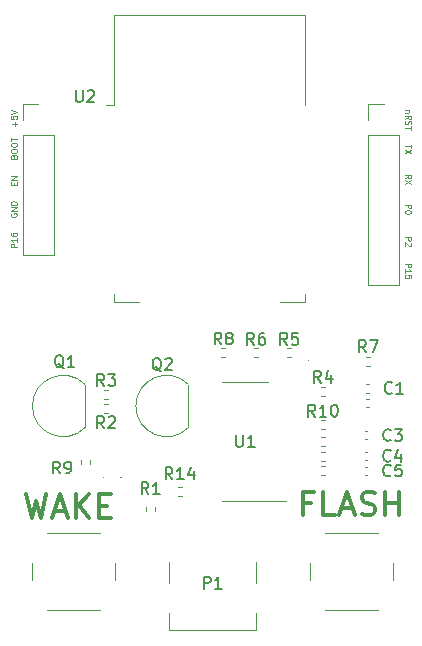
<source format=gbr>
%TF.GenerationSoftware,KiCad,Pcbnew,7.0.9*%
%TF.CreationDate,2024-01-23T00:02:11+01:00*%
%TF.ProjectId,esp32_programmer,65737033-325f-4707-926f-6772616d6d65,rev?*%
%TF.SameCoordinates,Original*%
%TF.FileFunction,Legend,Top*%
%TF.FilePolarity,Positive*%
%FSLAX46Y46*%
G04 Gerber Fmt 4.6, Leading zero omitted, Abs format (unit mm)*
G04 Created by KiCad (PCBNEW 7.0.9) date 2024-01-23 00:02:11*
%MOMM*%
%LPD*%
G01*
G04 APERTURE LIST*
%ADD10C,0.125000*%
%ADD11C,0.300000*%
%ADD12C,0.100000*%
%ADD13C,0.150000*%
%ADD14C,0.120000*%
G04 APERTURE END LIST*
D10*
X128920404Y-96882049D02*
X128944214Y-96810621D01*
X128944214Y-96810621D02*
X128968023Y-96786811D01*
X128968023Y-96786811D02*
X129015642Y-96763002D01*
X129015642Y-96763002D02*
X129087071Y-96763002D01*
X129087071Y-96763002D02*
X129134690Y-96786811D01*
X129134690Y-96786811D02*
X129158500Y-96810621D01*
X129158500Y-96810621D02*
X129182309Y-96858240D01*
X129182309Y-96858240D02*
X129182309Y-97048716D01*
X129182309Y-97048716D02*
X128682309Y-97048716D01*
X128682309Y-97048716D02*
X128682309Y-96882049D01*
X128682309Y-96882049D02*
X128706119Y-96834430D01*
X128706119Y-96834430D02*
X128729928Y-96810621D01*
X128729928Y-96810621D02*
X128777547Y-96786811D01*
X128777547Y-96786811D02*
X128825166Y-96786811D01*
X128825166Y-96786811D02*
X128872785Y-96810621D01*
X128872785Y-96810621D02*
X128896595Y-96834430D01*
X128896595Y-96834430D02*
X128920404Y-96882049D01*
X128920404Y-96882049D02*
X128920404Y-97048716D01*
X128682309Y-96453478D02*
X128682309Y-96358240D01*
X128682309Y-96358240D02*
X128706119Y-96310621D01*
X128706119Y-96310621D02*
X128753738Y-96263002D01*
X128753738Y-96263002D02*
X128848976Y-96239192D01*
X128848976Y-96239192D02*
X129015642Y-96239192D01*
X129015642Y-96239192D02*
X129110880Y-96263002D01*
X129110880Y-96263002D02*
X129158500Y-96310621D01*
X129158500Y-96310621D02*
X129182309Y-96358240D01*
X129182309Y-96358240D02*
X129182309Y-96453478D01*
X129182309Y-96453478D02*
X129158500Y-96501097D01*
X129158500Y-96501097D02*
X129110880Y-96548716D01*
X129110880Y-96548716D02*
X129015642Y-96572525D01*
X129015642Y-96572525D02*
X128848976Y-96572525D01*
X128848976Y-96572525D02*
X128753738Y-96548716D01*
X128753738Y-96548716D02*
X128706119Y-96501097D01*
X128706119Y-96501097D02*
X128682309Y-96453478D01*
X128682309Y-95929668D02*
X128682309Y-95834430D01*
X128682309Y-95834430D02*
X128706119Y-95786811D01*
X128706119Y-95786811D02*
X128753738Y-95739192D01*
X128753738Y-95739192D02*
X128848976Y-95715382D01*
X128848976Y-95715382D02*
X129015642Y-95715382D01*
X129015642Y-95715382D02*
X129110880Y-95739192D01*
X129110880Y-95739192D02*
X129158500Y-95786811D01*
X129158500Y-95786811D02*
X129182309Y-95834430D01*
X129182309Y-95834430D02*
X129182309Y-95929668D01*
X129182309Y-95929668D02*
X129158500Y-95977287D01*
X129158500Y-95977287D02*
X129110880Y-96024906D01*
X129110880Y-96024906D02*
X129015642Y-96048715D01*
X129015642Y-96048715D02*
X128848976Y-96048715D01*
X128848976Y-96048715D02*
X128753738Y-96024906D01*
X128753738Y-96024906D02*
X128706119Y-95977287D01*
X128706119Y-95977287D02*
X128682309Y-95929668D01*
X128682309Y-95572524D02*
X128682309Y-95286810D01*
X129182309Y-95429667D02*
X128682309Y-95429667D01*
X162067690Y-103701283D02*
X162567690Y-103701283D01*
X162567690Y-103701283D02*
X162567690Y-103891759D01*
X162567690Y-103891759D02*
X162543880Y-103939378D01*
X162543880Y-103939378D02*
X162520071Y-103963188D01*
X162520071Y-103963188D02*
X162472452Y-103986997D01*
X162472452Y-103986997D02*
X162401023Y-103986997D01*
X162401023Y-103986997D02*
X162353404Y-103963188D01*
X162353404Y-103963188D02*
X162329595Y-103939378D01*
X162329595Y-103939378D02*
X162305785Y-103891759D01*
X162305785Y-103891759D02*
X162305785Y-103701283D01*
X162520071Y-104177474D02*
X162543880Y-104201283D01*
X162543880Y-104201283D02*
X162567690Y-104248902D01*
X162567690Y-104248902D02*
X162567690Y-104367950D01*
X162567690Y-104367950D02*
X162543880Y-104415569D01*
X162543880Y-104415569D02*
X162520071Y-104439378D01*
X162520071Y-104439378D02*
X162472452Y-104463188D01*
X162472452Y-104463188D02*
X162424833Y-104463188D01*
X162424833Y-104463188D02*
X162353404Y-104439378D01*
X162353404Y-104439378D02*
X162067690Y-104153664D01*
X162067690Y-104153664D02*
X162067690Y-104463188D01*
X162067690Y-100951283D02*
X162567690Y-100951283D01*
X162567690Y-100951283D02*
X162567690Y-101141759D01*
X162567690Y-101141759D02*
X162543880Y-101189378D01*
X162543880Y-101189378D02*
X162520071Y-101213188D01*
X162520071Y-101213188D02*
X162472452Y-101236997D01*
X162472452Y-101236997D02*
X162401023Y-101236997D01*
X162401023Y-101236997D02*
X162353404Y-101213188D01*
X162353404Y-101213188D02*
X162329595Y-101189378D01*
X162329595Y-101189378D02*
X162305785Y-101141759D01*
X162305785Y-101141759D02*
X162305785Y-100951283D01*
X162567690Y-101546521D02*
X162567690Y-101594140D01*
X162567690Y-101594140D02*
X162543880Y-101641759D01*
X162543880Y-101641759D02*
X162520071Y-101665569D01*
X162520071Y-101665569D02*
X162472452Y-101689378D01*
X162472452Y-101689378D02*
X162377214Y-101713188D01*
X162377214Y-101713188D02*
X162258166Y-101713188D01*
X162258166Y-101713188D02*
X162162928Y-101689378D01*
X162162928Y-101689378D02*
X162115309Y-101665569D01*
X162115309Y-101665569D02*
X162091500Y-101641759D01*
X162091500Y-101641759D02*
X162067690Y-101594140D01*
X162067690Y-101594140D02*
X162067690Y-101546521D01*
X162067690Y-101546521D02*
X162091500Y-101498902D01*
X162091500Y-101498902D02*
X162115309Y-101475093D01*
X162115309Y-101475093D02*
X162162928Y-101451283D01*
X162162928Y-101451283D02*
X162258166Y-101427474D01*
X162258166Y-101427474D02*
X162377214Y-101427474D01*
X162377214Y-101427474D02*
X162472452Y-101451283D01*
X162472452Y-101451283D02*
X162520071Y-101475093D01*
X162520071Y-101475093D02*
X162543880Y-101498902D01*
X162543880Y-101498902D02*
X162567690Y-101546521D01*
X129182309Y-104548716D02*
X128682309Y-104548716D01*
X128682309Y-104548716D02*
X128682309Y-104358240D01*
X128682309Y-104358240D02*
X128706119Y-104310621D01*
X128706119Y-104310621D02*
X128729928Y-104286811D01*
X128729928Y-104286811D02*
X128777547Y-104263002D01*
X128777547Y-104263002D02*
X128848976Y-104263002D01*
X128848976Y-104263002D02*
X128896595Y-104286811D01*
X128896595Y-104286811D02*
X128920404Y-104310621D01*
X128920404Y-104310621D02*
X128944214Y-104358240D01*
X128944214Y-104358240D02*
X128944214Y-104548716D01*
X129182309Y-103786811D02*
X129182309Y-104072525D01*
X129182309Y-103929668D02*
X128682309Y-103929668D01*
X128682309Y-103929668D02*
X128753738Y-103977287D01*
X128753738Y-103977287D02*
X128801357Y-104024906D01*
X128801357Y-104024906D02*
X128825166Y-104072525D01*
X128682309Y-103358240D02*
X128682309Y-103453478D01*
X128682309Y-103453478D02*
X128706119Y-103501097D01*
X128706119Y-103501097D02*
X128729928Y-103524907D01*
X128729928Y-103524907D02*
X128801357Y-103572526D01*
X128801357Y-103572526D02*
X128896595Y-103596335D01*
X128896595Y-103596335D02*
X129087071Y-103596335D01*
X129087071Y-103596335D02*
X129134690Y-103572526D01*
X129134690Y-103572526D02*
X129158500Y-103548716D01*
X129158500Y-103548716D02*
X129182309Y-103501097D01*
X129182309Y-103501097D02*
X129182309Y-103405859D01*
X129182309Y-103405859D02*
X129158500Y-103358240D01*
X129158500Y-103358240D02*
X129134690Y-103334431D01*
X129134690Y-103334431D02*
X129087071Y-103310621D01*
X129087071Y-103310621D02*
X128968023Y-103310621D01*
X128968023Y-103310621D02*
X128920404Y-103334431D01*
X128920404Y-103334431D02*
X128896595Y-103358240D01*
X128896595Y-103358240D02*
X128872785Y-103405859D01*
X128872785Y-103405859D02*
X128872785Y-103501097D01*
X128872785Y-103501097D02*
X128896595Y-103548716D01*
X128896595Y-103548716D02*
X128920404Y-103572526D01*
X128920404Y-103572526D02*
X128968023Y-103596335D01*
X162067690Y-98736997D02*
X162305785Y-98570331D01*
X162067690Y-98451283D02*
X162567690Y-98451283D01*
X162567690Y-98451283D02*
X162567690Y-98641759D01*
X162567690Y-98641759D02*
X162543880Y-98689378D01*
X162543880Y-98689378D02*
X162520071Y-98713188D01*
X162520071Y-98713188D02*
X162472452Y-98736997D01*
X162472452Y-98736997D02*
X162401023Y-98736997D01*
X162401023Y-98736997D02*
X162353404Y-98713188D01*
X162353404Y-98713188D02*
X162329595Y-98689378D01*
X162329595Y-98689378D02*
X162305785Y-98641759D01*
X162305785Y-98641759D02*
X162305785Y-98451283D01*
X162567690Y-98903664D02*
X162067690Y-99236997D01*
X162567690Y-99236997D02*
X162067690Y-98903664D01*
X162067690Y-105951283D02*
X162567690Y-105951283D01*
X162567690Y-105951283D02*
X162567690Y-106141759D01*
X162567690Y-106141759D02*
X162543880Y-106189378D01*
X162543880Y-106189378D02*
X162520071Y-106213188D01*
X162520071Y-106213188D02*
X162472452Y-106236997D01*
X162472452Y-106236997D02*
X162401023Y-106236997D01*
X162401023Y-106236997D02*
X162353404Y-106213188D01*
X162353404Y-106213188D02*
X162329595Y-106189378D01*
X162329595Y-106189378D02*
X162305785Y-106141759D01*
X162305785Y-106141759D02*
X162305785Y-105951283D01*
X162067690Y-106713188D02*
X162067690Y-106427474D01*
X162067690Y-106570331D02*
X162567690Y-106570331D01*
X162567690Y-106570331D02*
X162496261Y-106522712D01*
X162496261Y-106522712D02*
X162448642Y-106475093D01*
X162448642Y-106475093D02*
X162424833Y-106427474D01*
X162567690Y-107165568D02*
X162567690Y-106927473D01*
X162567690Y-106927473D02*
X162329595Y-106903664D01*
X162329595Y-106903664D02*
X162353404Y-106927473D01*
X162353404Y-106927473D02*
X162377214Y-106975092D01*
X162377214Y-106975092D02*
X162377214Y-107094140D01*
X162377214Y-107094140D02*
X162353404Y-107141759D01*
X162353404Y-107141759D02*
X162329595Y-107165568D01*
X162329595Y-107165568D02*
X162281976Y-107189378D01*
X162281976Y-107189378D02*
X162162928Y-107189378D01*
X162162928Y-107189378D02*
X162115309Y-107165568D01*
X162115309Y-107165568D02*
X162091500Y-107141759D01*
X162091500Y-107141759D02*
X162067690Y-107094140D01*
X162067690Y-107094140D02*
X162067690Y-106975092D01*
X162067690Y-106975092D02*
X162091500Y-106927473D01*
X162091500Y-106927473D02*
X162115309Y-106903664D01*
X128991833Y-94298716D02*
X128991833Y-93917764D01*
X129182309Y-94108240D02*
X128801357Y-94108240D01*
X128682309Y-93441573D02*
X128682309Y-93679668D01*
X128682309Y-93679668D02*
X128920404Y-93703477D01*
X128920404Y-93703477D02*
X128896595Y-93679668D01*
X128896595Y-93679668D02*
X128872785Y-93632049D01*
X128872785Y-93632049D02*
X128872785Y-93513001D01*
X128872785Y-93513001D02*
X128896595Y-93465382D01*
X128896595Y-93465382D02*
X128920404Y-93441573D01*
X128920404Y-93441573D02*
X128968023Y-93417763D01*
X128968023Y-93417763D02*
X129087071Y-93417763D01*
X129087071Y-93417763D02*
X129134690Y-93441573D01*
X129134690Y-93441573D02*
X129158500Y-93465382D01*
X129158500Y-93465382D02*
X129182309Y-93513001D01*
X129182309Y-93513001D02*
X129182309Y-93632049D01*
X129182309Y-93632049D02*
X129158500Y-93679668D01*
X129158500Y-93679668D02*
X129134690Y-93703477D01*
X128682309Y-93274906D02*
X129182309Y-93108240D01*
X129182309Y-93108240D02*
X128682309Y-92941573D01*
D11*
X154090225Y-126192019D02*
X153423558Y-126192019D01*
X153423558Y-127239638D02*
X153423558Y-125239638D01*
X153423558Y-125239638D02*
X154375939Y-125239638D01*
X156090225Y-127239638D02*
X155137844Y-127239638D01*
X155137844Y-127239638D02*
X155137844Y-125239638D01*
X156661654Y-126668209D02*
X157614035Y-126668209D01*
X156471178Y-127239638D02*
X157137844Y-125239638D01*
X157137844Y-125239638D02*
X157804511Y-127239638D01*
X158375940Y-127144400D02*
X158661654Y-127239638D01*
X158661654Y-127239638D02*
X159137845Y-127239638D01*
X159137845Y-127239638D02*
X159328321Y-127144400D01*
X159328321Y-127144400D02*
X159423559Y-127049161D01*
X159423559Y-127049161D02*
X159518797Y-126858685D01*
X159518797Y-126858685D02*
X159518797Y-126668209D01*
X159518797Y-126668209D02*
X159423559Y-126477733D01*
X159423559Y-126477733D02*
X159328321Y-126382495D01*
X159328321Y-126382495D02*
X159137845Y-126287257D01*
X159137845Y-126287257D02*
X158756892Y-126192019D01*
X158756892Y-126192019D02*
X158566416Y-126096780D01*
X158566416Y-126096780D02*
X158471178Y-126001542D01*
X158471178Y-126001542D02*
X158375940Y-125811066D01*
X158375940Y-125811066D02*
X158375940Y-125620590D01*
X158375940Y-125620590D02*
X158471178Y-125430114D01*
X158471178Y-125430114D02*
X158566416Y-125334876D01*
X158566416Y-125334876D02*
X158756892Y-125239638D01*
X158756892Y-125239638D02*
X159233083Y-125239638D01*
X159233083Y-125239638D02*
X159518797Y-125334876D01*
X160375940Y-127239638D02*
X160375940Y-125239638D01*
X160375940Y-126192019D02*
X161518797Y-126192019D01*
X161518797Y-127239638D02*
X161518797Y-125239638D01*
X129983082Y-125489638D02*
X130459272Y-127489638D01*
X130459272Y-127489638D02*
X130840225Y-126061066D01*
X130840225Y-126061066D02*
X131221177Y-127489638D01*
X131221177Y-127489638D02*
X131697368Y-125489638D01*
X132364034Y-126918209D02*
X133316415Y-126918209D01*
X132173558Y-127489638D02*
X132840224Y-125489638D01*
X132840224Y-125489638D02*
X133506891Y-127489638D01*
X134173558Y-127489638D02*
X134173558Y-125489638D01*
X135316415Y-127489638D02*
X134459272Y-126346780D01*
X135316415Y-125489638D02*
X134173558Y-126632495D01*
X136173558Y-126442019D02*
X136840225Y-126442019D01*
X137125939Y-127489638D02*
X136173558Y-127489638D01*
X136173558Y-127489638D02*
X136173558Y-125489638D01*
X136173558Y-125489638D02*
X137125939Y-125489638D01*
D10*
X162401023Y-92951283D02*
X162067690Y-92951283D01*
X162353404Y-92951283D02*
X162377214Y-92975093D01*
X162377214Y-92975093D02*
X162401023Y-93022712D01*
X162401023Y-93022712D02*
X162401023Y-93094140D01*
X162401023Y-93094140D02*
X162377214Y-93141759D01*
X162377214Y-93141759D02*
X162329595Y-93165569D01*
X162329595Y-93165569D02*
X162067690Y-93165569D01*
X162067690Y-93689378D02*
X162305785Y-93522712D01*
X162067690Y-93403664D02*
X162567690Y-93403664D01*
X162567690Y-93403664D02*
X162567690Y-93594140D01*
X162567690Y-93594140D02*
X162543880Y-93641759D01*
X162543880Y-93641759D02*
X162520071Y-93665569D01*
X162520071Y-93665569D02*
X162472452Y-93689378D01*
X162472452Y-93689378D02*
X162401023Y-93689378D01*
X162401023Y-93689378D02*
X162353404Y-93665569D01*
X162353404Y-93665569D02*
X162329595Y-93641759D01*
X162329595Y-93641759D02*
X162305785Y-93594140D01*
X162305785Y-93594140D02*
X162305785Y-93403664D01*
X162091500Y-93879855D02*
X162067690Y-93951283D01*
X162067690Y-93951283D02*
X162067690Y-94070331D01*
X162067690Y-94070331D02*
X162091500Y-94117950D01*
X162091500Y-94117950D02*
X162115309Y-94141759D01*
X162115309Y-94141759D02*
X162162928Y-94165569D01*
X162162928Y-94165569D02*
X162210547Y-94165569D01*
X162210547Y-94165569D02*
X162258166Y-94141759D01*
X162258166Y-94141759D02*
X162281976Y-94117950D01*
X162281976Y-94117950D02*
X162305785Y-94070331D01*
X162305785Y-94070331D02*
X162329595Y-93975093D01*
X162329595Y-93975093D02*
X162353404Y-93927474D01*
X162353404Y-93927474D02*
X162377214Y-93903664D01*
X162377214Y-93903664D02*
X162424833Y-93879855D01*
X162424833Y-93879855D02*
X162472452Y-93879855D01*
X162472452Y-93879855D02*
X162520071Y-93903664D01*
X162520071Y-93903664D02*
X162543880Y-93927474D01*
X162543880Y-93927474D02*
X162567690Y-93975093D01*
X162567690Y-93975093D02*
X162567690Y-94094140D01*
X162567690Y-94094140D02*
X162543880Y-94165569D01*
X162567690Y-94308426D02*
X162567690Y-94594140D01*
X162067690Y-94451283D02*
X162567690Y-94451283D01*
X162567690Y-95879855D02*
X162567690Y-96165569D01*
X162067690Y-96022712D02*
X162567690Y-96022712D01*
X162567690Y-96284616D02*
X162067690Y-96617949D01*
X162567690Y-96617949D02*
X162067690Y-96284616D01*
D12*
X128685849Y-101711950D02*
X128662039Y-101759569D01*
X128662039Y-101759569D02*
X128662039Y-101830998D01*
X128662039Y-101830998D02*
X128685849Y-101902426D01*
X128685849Y-101902426D02*
X128733468Y-101950045D01*
X128733468Y-101950045D02*
X128781087Y-101973855D01*
X128781087Y-101973855D02*
X128876325Y-101997664D01*
X128876325Y-101997664D02*
X128947753Y-101997664D01*
X128947753Y-101997664D02*
X129042991Y-101973855D01*
X129042991Y-101973855D02*
X129090610Y-101950045D01*
X129090610Y-101950045D02*
X129138230Y-101902426D01*
X129138230Y-101902426D02*
X129162039Y-101830998D01*
X129162039Y-101830998D02*
X129162039Y-101783379D01*
X129162039Y-101783379D02*
X129138230Y-101711950D01*
X129138230Y-101711950D02*
X129114420Y-101688141D01*
X129114420Y-101688141D02*
X128947753Y-101688141D01*
X128947753Y-101688141D02*
X128947753Y-101783379D01*
X129162039Y-101473855D02*
X128662039Y-101473855D01*
X128662039Y-101473855D02*
X129162039Y-101188141D01*
X129162039Y-101188141D02*
X128662039Y-101188141D01*
X129162039Y-100950045D02*
X128662039Y-100950045D01*
X128662039Y-100950045D02*
X128662039Y-100830997D01*
X128662039Y-100830997D02*
X128685849Y-100759569D01*
X128685849Y-100759569D02*
X128733468Y-100711950D01*
X128733468Y-100711950D02*
X128781087Y-100688140D01*
X128781087Y-100688140D02*
X128876325Y-100664331D01*
X128876325Y-100664331D02*
X128947753Y-100664331D01*
X128947753Y-100664331D02*
X129042991Y-100688140D01*
X129042991Y-100688140D02*
X129090610Y-100711950D01*
X129090610Y-100711950D02*
X129138230Y-100759569D01*
X129138230Y-100759569D02*
X129162039Y-100830997D01*
X129162039Y-100830997D02*
X129162039Y-100950045D01*
D10*
X128920404Y-99298716D02*
X128920404Y-99132049D01*
X129182309Y-99060621D02*
X129182309Y-99298716D01*
X129182309Y-99298716D02*
X128682309Y-99298716D01*
X128682309Y-99298716D02*
X128682309Y-99060621D01*
X129182309Y-98846335D02*
X128682309Y-98846335D01*
X128682309Y-98846335D02*
X129182309Y-98560621D01*
X129182309Y-98560621D02*
X128682309Y-98560621D01*
D13*
X142357142Y-124204819D02*
X142023809Y-123728628D01*
X141785714Y-124204819D02*
X141785714Y-123204819D01*
X141785714Y-123204819D02*
X142166666Y-123204819D01*
X142166666Y-123204819D02*
X142261904Y-123252438D01*
X142261904Y-123252438D02*
X142309523Y-123300057D01*
X142309523Y-123300057D02*
X142357142Y-123395295D01*
X142357142Y-123395295D02*
X142357142Y-123538152D01*
X142357142Y-123538152D02*
X142309523Y-123633390D01*
X142309523Y-123633390D02*
X142261904Y-123681009D01*
X142261904Y-123681009D02*
X142166666Y-123728628D01*
X142166666Y-123728628D02*
X141785714Y-123728628D01*
X143309523Y-124204819D02*
X142738095Y-124204819D01*
X143023809Y-124204819D02*
X143023809Y-123204819D01*
X143023809Y-123204819D02*
X142928571Y-123347676D01*
X142928571Y-123347676D02*
X142833333Y-123442914D01*
X142833333Y-123442914D02*
X142738095Y-123490533D01*
X144166666Y-123538152D02*
X144166666Y-124204819D01*
X143928571Y-123157200D02*
X143690476Y-123871485D01*
X143690476Y-123871485D02*
X144309523Y-123871485D01*
X140333333Y-125454819D02*
X140000000Y-124978628D01*
X139761905Y-125454819D02*
X139761905Y-124454819D01*
X139761905Y-124454819D02*
X140142857Y-124454819D01*
X140142857Y-124454819D02*
X140238095Y-124502438D01*
X140238095Y-124502438D02*
X140285714Y-124550057D01*
X140285714Y-124550057D02*
X140333333Y-124645295D01*
X140333333Y-124645295D02*
X140333333Y-124788152D01*
X140333333Y-124788152D02*
X140285714Y-124883390D01*
X140285714Y-124883390D02*
X140238095Y-124931009D01*
X140238095Y-124931009D02*
X140142857Y-124978628D01*
X140142857Y-124978628D02*
X139761905Y-124978628D01*
X141285714Y-125454819D02*
X140714286Y-125454819D01*
X141000000Y-125454819D02*
X141000000Y-124454819D01*
X141000000Y-124454819D02*
X140904762Y-124597676D01*
X140904762Y-124597676D02*
X140809524Y-124692914D01*
X140809524Y-124692914D02*
X140714286Y-124740533D01*
X149269806Y-112812366D02*
X148936473Y-112336175D01*
X148698378Y-112812366D02*
X148698378Y-111812366D01*
X148698378Y-111812366D02*
X149079330Y-111812366D01*
X149079330Y-111812366D02*
X149174568Y-111859985D01*
X149174568Y-111859985D02*
X149222187Y-111907604D01*
X149222187Y-111907604D02*
X149269806Y-112002842D01*
X149269806Y-112002842D02*
X149269806Y-112145699D01*
X149269806Y-112145699D02*
X149222187Y-112240937D01*
X149222187Y-112240937D02*
X149174568Y-112288556D01*
X149174568Y-112288556D02*
X149079330Y-112336175D01*
X149079330Y-112336175D02*
X148698378Y-112336175D01*
X150126949Y-111812366D02*
X149936473Y-111812366D01*
X149936473Y-111812366D02*
X149841235Y-111859985D01*
X149841235Y-111859985D02*
X149793616Y-111907604D01*
X149793616Y-111907604D02*
X149698378Y-112050461D01*
X149698378Y-112050461D02*
X149650759Y-112240937D01*
X149650759Y-112240937D02*
X149650759Y-112621889D01*
X149650759Y-112621889D02*
X149698378Y-112717127D01*
X149698378Y-112717127D02*
X149745997Y-112764747D01*
X149745997Y-112764747D02*
X149841235Y-112812366D01*
X149841235Y-112812366D02*
X150031711Y-112812366D01*
X150031711Y-112812366D02*
X150126949Y-112764747D01*
X150126949Y-112764747D02*
X150174568Y-112717127D01*
X150174568Y-112717127D02*
X150222187Y-112621889D01*
X150222187Y-112621889D02*
X150222187Y-112383794D01*
X150222187Y-112383794D02*
X150174568Y-112288556D01*
X150174568Y-112288556D02*
X150126949Y-112240937D01*
X150126949Y-112240937D02*
X150031711Y-112193318D01*
X150031711Y-112193318D02*
X149841235Y-112193318D01*
X149841235Y-112193318D02*
X149745997Y-112240937D01*
X149745997Y-112240937D02*
X149698378Y-112288556D01*
X149698378Y-112288556D02*
X149650759Y-112383794D01*
X136583333Y-116284819D02*
X136250000Y-115808628D01*
X136011905Y-116284819D02*
X136011905Y-115284819D01*
X136011905Y-115284819D02*
X136392857Y-115284819D01*
X136392857Y-115284819D02*
X136488095Y-115332438D01*
X136488095Y-115332438D02*
X136535714Y-115380057D01*
X136535714Y-115380057D02*
X136583333Y-115475295D01*
X136583333Y-115475295D02*
X136583333Y-115618152D01*
X136583333Y-115618152D02*
X136535714Y-115713390D01*
X136535714Y-115713390D02*
X136488095Y-115761009D01*
X136488095Y-115761009D02*
X136392857Y-115808628D01*
X136392857Y-115808628D02*
X136011905Y-115808628D01*
X136916667Y-115284819D02*
X137535714Y-115284819D01*
X137535714Y-115284819D02*
X137202381Y-115665771D01*
X137202381Y-115665771D02*
X137345238Y-115665771D01*
X137345238Y-115665771D02*
X137440476Y-115713390D01*
X137440476Y-115713390D02*
X137488095Y-115761009D01*
X137488095Y-115761009D02*
X137535714Y-115856247D01*
X137535714Y-115856247D02*
X137535714Y-116094342D01*
X137535714Y-116094342D02*
X137488095Y-116189580D01*
X137488095Y-116189580D02*
X137440476Y-116237200D01*
X137440476Y-116237200D02*
X137345238Y-116284819D01*
X137345238Y-116284819D02*
X137059524Y-116284819D01*
X137059524Y-116284819D02*
X136964286Y-116237200D01*
X136964286Y-116237200D02*
X136916667Y-116189580D01*
X154942366Y-116017678D02*
X154609033Y-115541487D01*
X154370938Y-116017678D02*
X154370938Y-115017678D01*
X154370938Y-115017678D02*
X154751890Y-115017678D01*
X154751890Y-115017678D02*
X154847128Y-115065297D01*
X154847128Y-115065297D02*
X154894747Y-115112916D01*
X154894747Y-115112916D02*
X154942366Y-115208154D01*
X154942366Y-115208154D02*
X154942366Y-115351011D01*
X154942366Y-115351011D02*
X154894747Y-115446249D01*
X154894747Y-115446249D02*
X154847128Y-115493868D01*
X154847128Y-115493868D02*
X154751890Y-115541487D01*
X154751890Y-115541487D02*
X154370938Y-115541487D01*
X155799509Y-115351011D02*
X155799509Y-116017678D01*
X155561414Y-114970059D02*
X155323319Y-115684344D01*
X155323319Y-115684344D02*
X155942366Y-115684344D01*
X132833333Y-123704819D02*
X132500000Y-123228628D01*
X132261905Y-123704819D02*
X132261905Y-122704819D01*
X132261905Y-122704819D02*
X132642857Y-122704819D01*
X132642857Y-122704819D02*
X132738095Y-122752438D01*
X132738095Y-122752438D02*
X132785714Y-122800057D01*
X132785714Y-122800057D02*
X132833333Y-122895295D01*
X132833333Y-122895295D02*
X132833333Y-123038152D01*
X132833333Y-123038152D02*
X132785714Y-123133390D01*
X132785714Y-123133390D02*
X132738095Y-123181009D01*
X132738095Y-123181009D02*
X132642857Y-123228628D01*
X132642857Y-123228628D02*
X132261905Y-123228628D01*
X133309524Y-123704819D02*
X133500000Y-123704819D01*
X133500000Y-123704819D02*
X133595238Y-123657200D01*
X133595238Y-123657200D02*
X133642857Y-123609580D01*
X133642857Y-123609580D02*
X133738095Y-123466723D01*
X133738095Y-123466723D02*
X133785714Y-123276247D01*
X133785714Y-123276247D02*
X133785714Y-122895295D01*
X133785714Y-122895295D02*
X133738095Y-122800057D01*
X133738095Y-122800057D02*
X133690476Y-122752438D01*
X133690476Y-122752438D02*
X133595238Y-122704819D01*
X133595238Y-122704819D02*
X133404762Y-122704819D01*
X133404762Y-122704819D02*
X133309524Y-122752438D01*
X133309524Y-122752438D02*
X133261905Y-122800057D01*
X133261905Y-122800057D02*
X133214286Y-122895295D01*
X133214286Y-122895295D02*
X133214286Y-123133390D01*
X133214286Y-123133390D02*
X133261905Y-123228628D01*
X133261905Y-123228628D02*
X133309524Y-123276247D01*
X133309524Y-123276247D02*
X133404762Y-123323866D01*
X133404762Y-123323866D02*
X133595238Y-123323866D01*
X133595238Y-123323866D02*
X133690476Y-123276247D01*
X133690476Y-123276247D02*
X133738095Y-123228628D01*
X133738095Y-123228628D02*
X133785714Y-123133390D01*
X141404761Y-115050057D02*
X141309523Y-115002438D01*
X141309523Y-115002438D02*
X141214285Y-114907200D01*
X141214285Y-114907200D02*
X141071428Y-114764342D01*
X141071428Y-114764342D02*
X140976190Y-114716723D01*
X140976190Y-114716723D02*
X140880952Y-114716723D01*
X140928571Y-114954819D02*
X140833333Y-114907200D01*
X140833333Y-114907200D02*
X140738095Y-114811961D01*
X140738095Y-114811961D02*
X140690476Y-114621485D01*
X140690476Y-114621485D02*
X140690476Y-114288152D01*
X140690476Y-114288152D02*
X140738095Y-114097676D01*
X140738095Y-114097676D02*
X140833333Y-114002438D01*
X140833333Y-114002438D02*
X140928571Y-113954819D01*
X140928571Y-113954819D02*
X141119047Y-113954819D01*
X141119047Y-113954819D02*
X141214285Y-114002438D01*
X141214285Y-114002438D02*
X141309523Y-114097676D01*
X141309523Y-114097676D02*
X141357142Y-114288152D01*
X141357142Y-114288152D02*
X141357142Y-114621485D01*
X141357142Y-114621485D02*
X141309523Y-114811961D01*
X141309523Y-114811961D02*
X141214285Y-114907200D01*
X141214285Y-114907200D02*
X141119047Y-114954819D01*
X141119047Y-114954819D02*
X140928571Y-114954819D01*
X141738095Y-114050057D02*
X141785714Y-114002438D01*
X141785714Y-114002438D02*
X141880952Y-113954819D01*
X141880952Y-113954819D02*
X142119047Y-113954819D01*
X142119047Y-113954819D02*
X142214285Y-114002438D01*
X142214285Y-114002438D02*
X142261904Y-114050057D01*
X142261904Y-114050057D02*
X142309523Y-114145295D01*
X142309523Y-114145295D02*
X142309523Y-114240533D01*
X142309523Y-114240533D02*
X142261904Y-114383390D01*
X142261904Y-114383390D02*
X141690476Y-114954819D01*
X141690476Y-114954819D02*
X142309523Y-114954819D01*
X160937604Y-116859580D02*
X160889985Y-116907200D01*
X160889985Y-116907200D02*
X160747128Y-116954819D01*
X160747128Y-116954819D02*
X160651890Y-116954819D01*
X160651890Y-116954819D02*
X160509033Y-116907200D01*
X160509033Y-116907200D02*
X160413795Y-116811961D01*
X160413795Y-116811961D02*
X160366176Y-116716723D01*
X160366176Y-116716723D02*
X160318557Y-116526247D01*
X160318557Y-116526247D02*
X160318557Y-116383390D01*
X160318557Y-116383390D02*
X160366176Y-116192914D01*
X160366176Y-116192914D02*
X160413795Y-116097676D01*
X160413795Y-116097676D02*
X160509033Y-116002438D01*
X160509033Y-116002438D02*
X160651890Y-115954819D01*
X160651890Y-115954819D02*
X160747128Y-115954819D01*
X160747128Y-115954819D02*
X160889985Y-116002438D01*
X160889985Y-116002438D02*
X160937604Y-116050057D01*
X161889985Y-116954819D02*
X161318557Y-116954819D01*
X161604271Y-116954819D02*
X161604271Y-115954819D01*
X161604271Y-115954819D02*
X161509033Y-116097676D01*
X161509033Y-116097676D02*
X161413795Y-116192914D01*
X161413795Y-116192914D02*
X161318557Y-116240533D01*
X134178095Y-91244819D02*
X134178095Y-92054342D01*
X134178095Y-92054342D02*
X134225714Y-92149580D01*
X134225714Y-92149580D02*
X134273333Y-92197200D01*
X134273333Y-92197200D02*
X134368571Y-92244819D01*
X134368571Y-92244819D02*
X134559047Y-92244819D01*
X134559047Y-92244819D02*
X134654285Y-92197200D01*
X134654285Y-92197200D02*
X134701904Y-92149580D01*
X134701904Y-92149580D02*
X134749523Y-92054342D01*
X134749523Y-92054342D02*
X134749523Y-91244819D01*
X135178095Y-91340057D02*
X135225714Y-91292438D01*
X135225714Y-91292438D02*
X135320952Y-91244819D01*
X135320952Y-91244819D02*
X135559047Y-91244819D01*
X135559047Y-91244819D02*
X135654285Y-91292438D01*
X135654285Y-91292438D02*
X135701904Y-91340057D01*
X135701904Y-91340057D02*
X135749523Y-91435295D01*
X135749523Y-91435295D02*
X135749523Y-91530533D01*
X135749523Y-91530533D02*
X135701904Y-91673390D01*
X135701904Y-91673390D02*
X135130476Y-92244819D01*
X135130476Y-92244819D02*
X135749523Y-92244819D01*
X146498647Y-112784819D02*
X146165314Y-112308628D01*
X145927219Y-112784819D02*
X145927219Y-111784819D01*
X145927219Y-111784819D02*
X146308171Y-111784819D01*
X146308171Y-111784819D02*
X146403409Y-111832438D01*
X146403409Y-111832438D02*
X146451028Y-111880057D01*
X146451028Y-111880057D02*
X146498647Y-111975295D01*
X146498647Y-111975295D02*
X146498647Y-112118152D01*
X146498647Y-112118152D02*
X146451028Y-112213390D01*
X146451028Y-112213390D02*
X146403409Y-112261009D01*
X146403409Y-112261009D02*
X146308171Y-112308628D01*
X146308171Y-112308628D02*
X145927219Y-112308628D01*
X147070076Y-112213390D02*
X146974838Y-112165771D01*
X146974838Y-112165771D02*
X146927219Y-112118152D01*
X146927219Y-112118152D02*
X146879600Y-112022914D01*
X146879600Y-112022914D02*
X146879600Y-111975295D01*
X146879600Y-111975295D02*
X146927219Y-111880057D01*
X146927219Y-111880057D02*
X146974838Y-111832438D01*
X146974838Y-111832438D02*
X147070076Y-111784819D01*
X147070076Y-111784819D02*
X147260552Y-111784819D01*
X147260552Y-111784819D02*
X147355790Y-111832438D01*
X147355790Y-111832438D02*
X147403409Y-111880057D01*
X147403409Y-111880057D02*
X147451028Y-111975295D01*
X147451028Y-111975295D02*
X147451028Y-112022914D01*
X147451028Y-112022914D02*
X147403409Y-112118152D01*
X147403409Y-112118152D02*
X147355790Y-112165771D01*
X147355790Y-112165771D02*
X147260552Y-112213390D01*
X147260552Y-112213390D02*
X147070076Y-112213390D01*
X147070076Y-112213390D02*
X146974838Y-112261009D01*
X146974838Y-112261009D02*
X146927219Y-112308628D01*
X146927219Y-112308628D02*
X146879600Y-112403866D01*
X146879600Y-112403866D02*
X146879600Y-112594342D01*
X146879600Y-112594342D02*
X146927219Y-112689580D01*
X146927219Y-112689580D02*
X146974838Y-112737200D01*
X146974838Y-112737200D02*
X147070076Y-112784819D01*
X147070076Y-112784819D02*
X147260552Y-112784819D01*
X147260552Y-112784819D02*
X147355790Y-112737200D01*
X147355790Y-112737200D02*
X147403409Y-112689580D01*
X147403409Y-112689580D02*
X147451028Y-112594342D01*
X147451028Y-112594342D02*
X147451028Y-112403866D01*
X147451028Y-112403866D02*
X147403409Y-112308628D01*
X147403409Y-112308628D02*
X147355790Y-112261009D01*
X147355790Y-112261009D02*
X147260552Y-112213390D01*
X147738095Y-120454819D02*
X147738095Y-121264342D01*
X147738095Y-121264342D02*
X147785714Y-121359580D01*
X147785714Y-121359580D02*
X147833333Y-121407200D01*
X147833333Y-121407200D02*
X147928571Y-121454819D01*
X147928571Y-121454819D02*
X148119047Y-121454819D01*
X148119047Y-121454819D02*
X148214285Y-121407200D01*
X148214285Y-121407200D02*
X148261904Y-121359580D01*
X148261904Y-121359580D02*
X148309523Y-121264342D01*
X148309523Y-121264342D02*
X148309523Y-120454819D01*
X149309523Y-121454819D02*
X148738095Y-121454819D01*
X149023809Y-121454819D02*
X149023809Y-120454819D01*
X149023809Y-120454819D02*
X148928571Y-120597676D01*
X148928571Y-120597676D02*
X148833333Y-120692914D01*
X148833333Y-120692914D02*
X148738095Y-120740533D01*
X154442871Y-118890429D02*
X154109538Y-118414238D01*
X153871443Y-118890429D02*
X153871443Y-117890429D01*
X153871443Y-117890429D02*
X154252395Y-117890429D01*
X154252395Y-117890429D02*
X154347633Y-117938048D01*
X154347633Y-117938048D02*
X154395252Y-117985667D01*
X154395252Y-117985667D02*
X154442871Y-118080905D01*
X154442871Y-118080905D02*
X154442871Y-118223762D01*
X154442871Y-118223762D02*
X154395252Y-118319000D01*
X154395252Y-118319000D02*
X154347633Y-118366619D01*
X154347633Y-118366619D02*
X154252395Y-118414238D01*
X154252395Y-118414238D02*
X153871443Y-118414238D01*
X155395252Y-118890429D02*
X154823824Y-118890429D01*
X155109538Y-118890429D02*
X155109538Y-117890429D01*
X155109538Y-117890429D02*
X155014300Y-118033286D01*
X155014300Y-118033286D02*
X154919062Y-118128524D01*
X154919062Y-118128524D02*
X154823824Y-118176143D01*
X156014300Y-117890429D02*
X156109538Y-117890429D01*
X156109538Y-117890429D02*
X156204776Y-117938048D01*
X156204776Y-117938048D02*
X156252395Y-117985667D01*
X156252395Y-117985667D02*
X156300014Y-118080905D01*
X156300014Y-118080905D02*
X156347633Y-118271381D01*
X156347633Y-118271381D02*
X156347633Y-118509476D01*
X156347633Y-118509476D02*
X156300014Y-118699952D01*
X156300014Y-118699952D02*
X156252395Y-118795190D01*
X156252395Y-118795190D02*
X156204776Y-118842810D01*
X156204776Y-118842810D02*
X156109538Y-118890429D01*
X156109538Y-118890429D02*
X156014300Y-118890429D01*
X156014300Y-118890429D02*
X155919062Y-118842810D01*
X155919062Y-118842810D02*
X155871443Y-118795190D01*
X155871443Y-118795190D02*
X155823824Y-118699952D01*
X155823824Y-118699952D02*
X155776205Y-118509476D01*
X155776205Y-118509476D02*
X155776205Y-118271381D01*
X155776205Y-118271381D02*
X155823824Y-118080905D01*
X155823824Y-118080905D02*
X155871443Y-117985667D01*
X155871443Y-117985667D02*
X155919062Y-117938048D01*
X155919062Y-117938048D02*
X156014300Y-117890429D01*
X145011905Y-133454819D02*
X145011905Y-132454819D01*
X145011905Y-132454819D02*
X145392857Y-132454819D01*
X145392857Y-132454819D02*
X145488095Y-132502438D01*
X145488095Y-132502438D02*
X145535714Y-132550057D01*
X145535714Y-132550057D02*
X145583333Y-132645295D01*
X145583333Y-132645295D02*
X145583333Y-132788152D01*
X145583333Y-132788152D02*
X145535714Y-132883390D01*
X145535714Y-132883390D02*
X145488095Y-132931009D01*
X145488095Y-132931009D02*
X145392857Y-132978628D01*
X145392857Y-132978628D02*
X145011905Y-132978628D01*
X146535714Y-133454819D02*
X145964286Y-133454819D01*
X146250000Y-133454819D02*
X146250000Y-132454819D01*
X146250000Y-132454819D02*
X146154762Y-132597676D01*
X146154762Y-132597676D02*
X146059524Y-132692914D01*
X146059524Y-132692914D02*
X145964286Y-132740533D01*
X152071312Y-112809173D02*
X151737979Y-112332982D01*
X151499884Y-112809173D02*
X151499884Y-111809173D01*
X151499884Y-111809173D02*
X151880836Y-111809173D01*
X151880836Y-111809173D02*
X151976074Y-111856792D01*
X151976074Y-111856792D02*
X152023693Y-111904411D01*
X152023693Y-111904411D02*
X152071312Y-111999649D01*
X152071312Y-111999649D02*
X152071312Y-112142506D01*
X152071312Y-112142506D02*
X152023693Y-112237744D01*
X152023693Y-112237744D02*
X151976074Y-112285363D01*
X151976074Y-112285363D02*
X151880836Y-112332982D01*
X151880836Y-112332982D02*
X151499884Y-112332982D01*
X152976074Y-111809173D02*
X152499884Y-111809173D01*
X152499884Y-111809173D02*
X152452265Y-112285363D01*
X152452265Y-112285363D02*
X152499884Y-112237744D01*
X152499884Y-112237744D02*
X152595122Y-112190125D01*
X152595122Y-112190125D02*
X152833217Y-112190125D01*
X152833217Y-112190125D02*
X152928455Y-112237744D01*
X152928455Y-112237744D02*
X152976074Y-112285363D01*
X152976074Y-112285363D02*
X153023693Y-112380601D01*
X153023693Y-112380601D02*
X153023693Y-112618696D01*
X153023693Y-112618696D02*
X152976074Y-112713934D01*
X152976074Y-112713934D02*
X152928455Y-112761554D01*
X152928455Y-112761554D02*
X152833217Y-112809173D01*
X152833217Y-112809173D02*
X152595122Y-112809173D01*
X152595122Y-112809173D02*
X152499884Y-112761554D01*
X152499884Y-112761554D02*
X152452265Y-112713934D01*
X133154761Y-114800057D02*
X133059523Y-114752438D01*
X133059523Y-114752438D02*
X132964285Y-114657200D01*
X132964285Y-114657200D02*
X132821428Y-114514342D01*
X132821428Y-114514342D02*
X132726190Y-114466723D01*
X132726190Y-114466723D02*
X132630952Y-114466723D01*
X132678571Y-114704819D02*
X132583333Y-114657200D01*
X132583333Y-114657200D02*
X132488095Y-114561961D01*
X132488095Y-114561961D02*
X132440476Y-114371485D01*
X132440476Y-114371485D02*
X132440476Y-114038152D01*
X132440476Y-114038152D02*
X132488095Y-113847676D01*
X132488095Y-113847676D02*
X132583333Y-113752438D01*
X132583333Y-113752438D02*
X132678571Y-113704819D01*
X132678571Y-113704819D02*
X132869047Y-113704819D01*
X132869047Y-113704819D02*
X132964285Y-113752438D01*
X132964285Y-113752438D02*
X133059523Y-113847676D01*
X133059523Y-113847676D02*
X133107142Y-114038152D01*
X133107142Y-114038152D02*
X133107142Y-114371485D01*
X133107142Y-114371485D02*
X133059523Y-114561961D01*
X133059523Y-114561961D02*
X132964285Y-114657200D01*
X132964285Y-114657200D02*
X132869047Y-114704819D01*
X132869047Y-114704819D02*
X132678571Y-114704819D01*
X134059523Y-114704819D02*
X133488095Y-114704819D01*
X133773809Y-114704819D02*
X133773809Y-113704819D01*
X133773809Y-113704819D02*
X133678571Y-113847676D01*
X133678571Y-113847676D02*
X133583333Y-113942914D01*
X133583333Y-113942914D02*
X133488095Y-113990533D01*
X160833333Y-122609580D02*
X160785714Y-122657200D01*
X160785714Y-122657200D02*
X160642857Y-122704819D01*
X160642857Y-122704819D02*
X160547619Y-122704819D01*
X160547619Y-122704819D02*
X160404762Y-122657200D01*
X160404762Y-122657200D02*
X160309524Y-122561961D01*
X160309524Y-122561961D02*
X160261905Y-122466723D01*
X160261905Y-122466723D02*
X160214286Y-122276247D01*
X160214286Y-122276247D02*
X160214286Y-122133390D01*
X160214286Y-122133390D02*
X160261905Y-121942914D01*
X160261905Y-121942914D02*
X160309524Y-121847676D01*
X160309524Y-121847676D02*
X160404762Y-121752438D01*
X160404762Y-121752438D02*
X160547619Y-121704819D01*
X160547619Y-121704819D02*
X160642857Y-121704819D01*
X160642857Y-121704819D02*
X160785714Y-121752438D01*
X160785714Y-121752438D02*
X160833333Y-121800057D01*
X161690476Y-122038152D02*
X161690476Y-122704819D01*
X161452381Y-121657200D02*
X161214286Y-122371485D01*
X161214286Y-122371485D02*
X161833333Y-122371485D01*
X158735833Y-113441006D02*
X158402500Y-112964815D01*
X158164405Y-113441006D02*
X158164405Y-112441006D01*
X158164405Y-112441006D02*
X158545357Y-112441006D01*
X158545357Y-112441006D02*
X158640595Y-112488625D01*
X158640595Y-112488625D02*
X158688214Y-112536244D01*
X158688214Y-112536244D02*
X158735833Y-112631482D01*
X158735833Y-112631482D02*
X158735833Y-112774339D01*
X158735833Y-112774339D02*
X158688214Y-112869577D01*
X158688214Y-112869577D02*
X158640595Y-112917196D01*
X158640595Y-112917196D02*
X158545357Y-112964815D01*
X158545357Y-112964815D02*
X158164405Y-112964815D01*
X159069167Y-112441006D02*
X159735833Y-112441006D01*
X159735833Y-112441006D02*
X159307262Y-113441006D01*
X136583333Y-119874819D02*
X136250000Y-119398628D01*
X136011905Y-119874819D02*
X136011905Y-118874819D01*
X136011905Y-118874819D02*
X136392857Y-118874819D01*
X136392857Y-118874819D02*
X136488095Y-118922438D01*
X136488095Y-118922438D02*
X136535714Y-118970057D01*
X136535714Y-118970057D02*
X136583333Y-119065295D01*
X136583333Y-119065295D02*
X136583333Y-119208152D01*
X136583333Y-119208152D02*
X136535714Y-119303390D01*
X136535714Y-119303390D02*
X136488095Y-119351009D01*
X136488095Y-119351009D02*
X136392857Y-119398628D01*
X136392857Y-119398628D02*
X136011905Y-119398628D01*
X136964286Y-118970057D02*
X137011905Y-118922438D01*
X137011905Y-118922438D02*
X137107143Y-118874819D01*
X137107143Y-118874819D02*
X137345238Y-118874819D01*
X137345238Y-118874819D02*
X137440476Y-118922438D01*
X137440476Y-118922438D02*
X137488095Y-118970057D01*
X137488095Y-118970057D02*
X137535714Y-119065295D01*
X137535714Y-119065295D02*
X137535714Y-119160533D01*
X137535714Y-119160533D02*
X137488095Y-119303390D01*
X137488095Y-119303390D02*
X136916667Y-119874819D01*
X136916667Y-119874819D02*
X137535714Y-119874819D01*
X160833333Y-123859580D02*
X160785714Y-123907200D01*
X160785714Y-123907200D02*
X160642857Y-123954819D01*
X160642857Y-123954819D02*
X160547619Y-123954819D01*
X160547619Y-123954819D02*
X160404762Y-123907200D01*
X160404762Y-123907200D02*
X160309524Y-123811961D01*
X160309524Y-123811961D02*
X160261905Y-123716723D01*
X160261905Y-123716723D02*
X160214286Y-123526247D01*
X160214286Y-123526247D02*
X160214286Y-123383390D01*
X160214286Y-123383390D02*
X160261905Y-123192914D01*
X160261905Y-123192914D02*
X160309524Y-123097676D01*
X160309524Y-123097676D02*
X160404762Y-123002438D01*
X160404762Y-123002438D02*
X160547619Y-122954819D01*
X160547619Y-122954819D02*
X160642857Y-122954819D01*
X160642857Y-122954819D02*
X160785714Y-123002438D01*
X160785714Y-123002438D02*
X160833333Y-123050057D01*
X161738095Y-122954819D02*
X161261905Y-122954819D01*
X161261905Y-122954819D02*
X161214286Y-123431009D01*
X161214286Y-123431009D02*
X161261905Y-123383390D01*
X161261905Y-123383390D02*
X161357143Y-123335771D01*
X161357143Y-123335771D02*
X161595238Y-123335771D01*
X161595238Y-123335771D02*
X161690476Y-123383390D01*
X161690476Y-123383390D02*
X161738095Y-123431009D01*
X161738095Y-123431009D02*
X161785714Y-123526247D01*
X161785714Y-123526247D02*
X161785714Y-123764342D01*
X161785714Y-123764342D02*
X161738095Y-123859580D01*
X161738095Y-123859580D02*
X161690476Y-123907200D01*
X161690476Y-123907200D02*
X161595238Y-123954819D01*
X161595238Y-123954819D02*
X161357143Y-123954819D01*
X161357143Y-123954819D02*
X161261905Y-123907200D01*
X161261905Y-123907200D02*
X161214286Y-123859580D01*
X160833333Y-120859580D02*
X160785714Y-120907200D01*
X160785714Y-120907200D02*
X160642857Y-120954819D01*
X160642857Y-120954819D02*
X160547619Y-120954819D01*
X160547619Y-120954819D02*
X160404762Y-120907200D01*
X160404762Y-120907200D02*
X160309524Y-120811961D01*
X160309524Y-120811961D02*
X160261905Y-120716723D01*
X160261905Y-120716723D02*
X160214286Y-120526247D01*
X160214286Y-120526247D02*
X160214286Y-120383390D01*
X160214286Y-120383390D02*
X160261905Y-120192914D01*
X160261905Y-120192914D02*
X160309524Y-120097676D01*
X160309524Y-120097676D02*
X160404762Y-120002438D01*
X160404762Y-120002438D02*
X160547619Y-119954819D01*
X160547619Y-119954819D02*
X160642857Y-119954819D01*
X160642857Y-119954819D02*
X160785714Y-120002438D01*
X160785714Y-120002438D02*
X160833333Y-120050057D01*
X161166667Y-119954819D02*
X161785714Y-119954819D01*
X161785714Y-119954819D02*
X161452381Y-120335771D01*
X161452381Y-120335771D02*
X161595238Y-120335771D01*
X161595238Y-120335771D02*
X161690476Y-120383390D01*
X161690476Y-120383390D02*
X161738095Y-120431009D01*
X161738095Y-120431009D02*
X161785714Y-120526247D01*
X161785714Y-120526247D02*
X161785714Y-120764342D01*
X161785714Y-120764342D02*
X161738095Y-120859580D01*
X161738095Y-120859580D02*
X161690476Y-120907200D01*
X161690476Y-120907200D02*
X161595238Y-120954819D01*
X161595238Y-120954819D02*
X161309524Y-120954819D01*
X161309524Y-120954819D02*
X161214286Y-120907200D01*
X161214286Y-120907200D02*
X161166667Y-120859580D01*
D12*
%TO.C,D3*%
X138050000Y-124015000D02*
G75*
G03*
X138050000Y-124015000I-50000J0D01*
G01*
%TO.C,D1*%
X153886098Y-114145646D02*
G75*
G03*
X153886098Y-114145646I-50000J0D01*
G01*
D14*
%TO.C,R14*%
X143167621Y-125630000D02*
X142832379Y-125630000D01*
X143167621Y-124870000D02*
X142832379Y-124870000D01*
%TO.C,R1*%
X140880000Y-126582379D02*
X140880000Y-126917621D01*
X140120000Y-126582379D02*
X140120000Y-126917621D01*
%TO.C,R6*%
X149604094Y-113880000D02*
X149268852Y-113880000D01*
X149604094Y-113120000D02*
X149268852Y-113120000D01*
%TO.C,SW2*%
X154000000Y-131250000D02*
X154000000Y-132750000D01*
X155250000Y-135250000D02*
X159750000Y-135250000D01*
X159750000Y-128750000D02*
X155250000Y-128750000D01*
X161000000Y-132750000D02*
X161000000Y-131250000D01*
%TO.C,R3*%
X136582379Y-116620000D02*
X136917621Y-116620000D01*
X136582379Y-117380000D02*
X136917621Y-117380000D01*
%TO.C,R4*%
X154941412Y-116352859D02*
X155276654Y-116352859D01*
X154941412Y-117112859D02*
X155276654Y-117112859D01*
%TO.C,R9*%
X135380000Y-122582379D02*
X135380000Y-122917621D01*
X134620000Y-122582379D02*
X134620000Y-122917621D01*
%TO.C,Q2*%
X143710000Y-119800000D02*
X143710000Y-116200000D01*
X139260000Y-118000000D02*
G75*
G03*
X143698478Y-119838478I2600000J0D01*
G01*
X143698478Y-116161522D02*
G75*
G03*
X139260000Y-118000000I-1838478J-1838478D01*
G01*
%TO.C,J2*%
X158920000Y-92420000D02*
X160250000Y-92420000D01*
X158920000Y-93750000D02*
X158920000Y-92420000D01*
X158920000Y-95020000D02*
X158920000Y-107780000D01*
X158920000Y-95020000D02*
X161580000Y-95020000D01*
X158920000Y-107780000D02*
X161580000Y-107780000D01*
X161580000Y-95020000D02*
X161580000Y-107780000D01*
%TO.C,C1*%
X158738436Y-116140000D02*
X158970106Y-116140000D01*
X158738436Y-116860000D02*
X158970106Y-116860000D01*
%TO.C,U2*%
X137380000Y-84930000D02*
X153620000Y-84930000D01*
X137380000Y-92550000D02*
X136770000Y-92550000D01*
X137380000Y-92550000D02*
X137380000Y-84930000D01*
X137380000Y-109170000D02*
X137380000Y-108550000D01*
X139500000Y-109170000D02*
X137380000Y-109170000D01*
X153620000Y-84930000D02*
X153620000Y-92550000D01*
X153620000Y-108550000D02*
X153620000Y-109170000D01*
X153620000Y-109170000D02*
X151500000Y-109170000D01*
%TO.C,R8*%
X146497693Y-113120000D02*
X146832935Y-113120000D01*
X146497693Y-113880000D02*
X146832935Y-113880000D01*
%TO.C,U1*%
X148500000Y-126060000D02*
X151950000Y-126060000D01*
X148500000Y-126060000D02*
X146550000Y-126060000D01*
X148500000Y-115940000D02*
X150450000Y-115940000D01*
X148500000Y-115940000D02*
X146550000Y-115940000D01*
%TO.C,R10*%
X154918108Y-119225610D02*
X155253350Y-119225610D01*
X154918108Y-119985610D02*
X155253350Y-119985610D01*
%TO.C,P1*%
X142050000Y-131205000D02*
X142050000Y-133005000D01*
X142050000Y-136955000D02*
X142050000Y-135495000D01*
X149450000Y-131205000D02*
X149450000Y-133005000D01*
X149450000Y-136955000D02*
X142050000Y-136955000D01*
X149450000Y-136955000D02*
X149450000Y-135495000D01*
D12*
%TO.C,D2*%
X136550000Y-124015000D02*
G75*
G03*
X136550000Y-124015000I-50000J0D01*
G01*
D14*
%TO.C,R5*%
X152417621Y-113880000D02*
X152082379Y-113880000D01*
X152417621Y-113120000D02*
X152082379Y-113120000D01*
%TO.C,C2*%
X158738436Y-117390000D02*
X158970106Y-117390000D01*
X158738436Y-118110000D02*
X158970106Y-118110000D01*
%TO.C,Q1*%
X134960000Y-119800000D02*
X134960000Y-116200000D01*
X130510000Y-118000000D02*
G75*
G03*
X134948478Y-119838478I2600000J0D01*
G01*
X134948478Y-116161522D02*
G75*
G03*
X130510000Y-118000000I-1838478J-1838478D01*
G01*
%TO.C,R12*%
X154914375Y-121856341D02*
X155249617Y-121856341D01*
X154914375Y-122616341D02*
X155249617Y-122616341D01*
%TO.C,SW1*%
X137500000Y-132750000D02*
X137500000Y-131250000D01*
X136250000Y-128750000D02*
X131750000Y-128750000D01*
X131750000Y-135250000D02*
X136250000Y-135250000D01*
X130500000Y-131250000D02*
X130500000Y-132750000D01*
%TO.C,C4*%
X158634165Y-121890000D02*
X158865835Y-121890000D01*
X158634165Y-122610000D02*
X158865835Y-122610000D01*
%TO.C,R7*%
X159070121Y-114616187D02*
X158734879Y-114616187D01*
X159070121Y-113856187D02*
X158734879Y-113856187D01*
%TO.C,R11*%
X154929879Y-120585346D02*
X155265121Y-120585346D01*
X154929879Y-121345346D02*
X155265121Y-121345346D01*
%TO.C,R2*%
X136917621Y-118630000D02*
X136582379Y-118630000D01*
X136917621Y-117870000D02*
X136582379Y-117870000D01*
%TO.C,J1*%
X129670000Y-92420000D02*
X131000000Y-92420000D01*
X129670000Y-93750000D02*
X129670000Y-92420000D01*
X129670000Y-95020000D02*
X129670000Y-105240000D01*
X129670000Y-95020000D02*
X132330000Y-95020000D01*
X129670000Y-105240000D02*
X132330000Y-105240000D01*
X132330000Y-95020000D02*
X132330000Y-105240000D01*
%TO.C,R13*%
X154908074Y-123120000D02*
X155243316Y-123120000D01*
X154908074Y-123880000D02*
X155243316Y-123880000D01*
%TO.C,C5*%
X158634165Y-123140000D02*
X158865835Y-123140000D01*
X158634165Y-123860000D02*
X158865835Y-123860000D01*
%TO.C,C3*%
X158634165Y-120080000D02*
X158865835Y-120080000D01*
X158634165Y-120800000D02*
X158865835Y-120800000D01*
%TD*%
M02*

</source>
